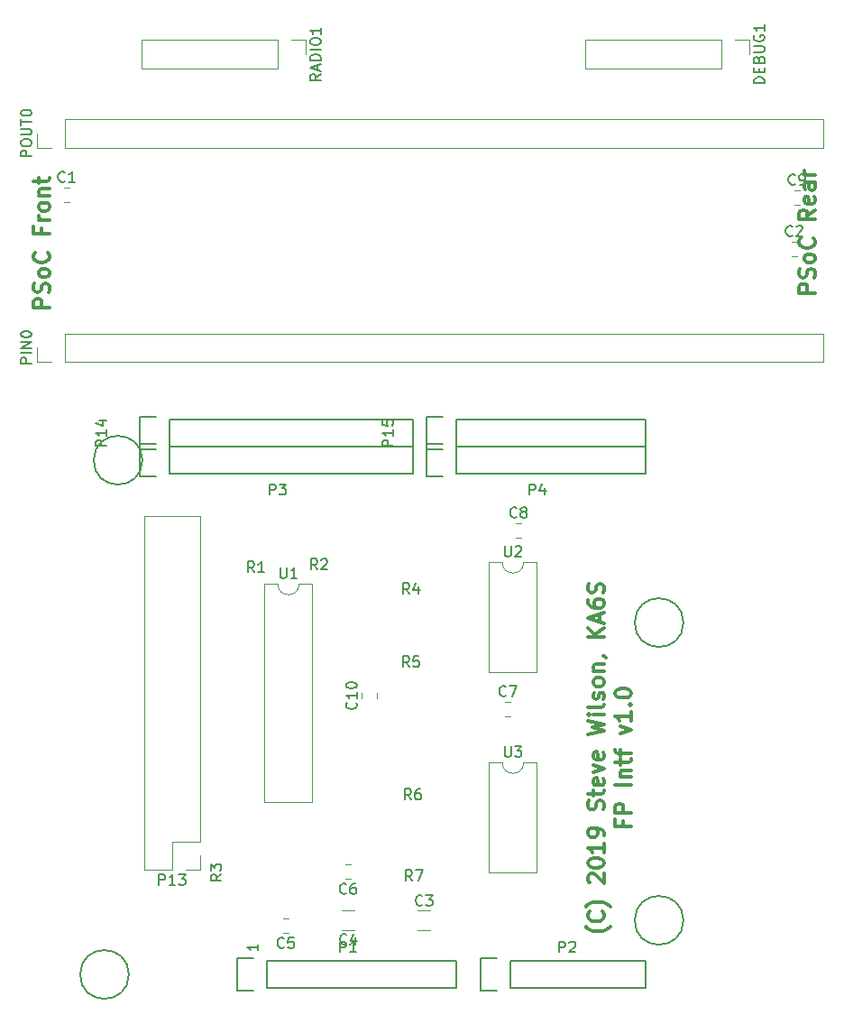
<source format=gto>
G04 #@! TF.GenerationSoftware,KiCad,Pcbnew,5.0.2-bee76a0~70~ubuntu16.04.1*
G04 #@! TF.CreationDate,2019-01-06T13:47:42-08:00*
G04 #@! TF.ProjectId,fpif,66706966-2e6b-4696-9361-645f70636258,rev?*
G04 #@! TF.SameCoordinates,Original*
G04 #@! TF.FileFunction,Legend,Top*
G04 #@! TF.FilePolarity,Positive*
%FSLAX46Y46*%
G04 Gerber Fmt 4.6, Leading zero omitted, Abs format (unit mm)*
G04 Created by KiCad (PCBNEW 5.0.2-bee76a0~70~ubuntu16.04.1) date Sun 06 Jan 2019 01:47:42 PM PST*
%MOMM*%
%LPD*%
G01*
G04 APERTURE LIST*
%ADD10C,0.300000*%
%ADD11C,0.150000*%
%ADD12C,0.120000*%
G04 APERTURE END LIST*
D10*
X191686571Y-59871857D02*
X190186571Y-59871857D01*
X190186571Y-59300428D01*
X190258000Y-59157571D01*
X190329428Y-59086142D01*
X190472285Y-59014714D01*
X190686571Y-59014714D01*
X190829428Y-59086142D01*
X190900857Y-59157571D01*
X190972285Y-59300428D01*
X190972285Y-59871857D01*
X191615142Y-58443285D02*
X191686571Y-58229000D01*
X191686571Y-57871857D01*
X191615142Y-57729000D01*
X191543714Y-57657571D01*
X191400857Y-57586142D01*
X191258000Y-57586142D01*
X191115142Y-57657571D01*
X191043714Y-57729000D01*
X190972285Y-57871857D01*
X190900857Y-58157571D01*
X190829428Y-58300428D01*
X190758000Y-58371857D01*
X190615142Y-58443285D01*
X190472285Y-58443285D01*
X190329428Y-58371857D01*
X190258000Y-58300428D01*
X190186571Y-58157571D01*
X190186571Y-57800428D01*
X190258000Y-57586142D01*
X191686571Y-56729000D02*
X191615142Y-56871857D01*
X191543714Y-56943285D01*
X191400857Y-57014714D01*
X190972285Y-57014714D01*
X190829428Y-56943285D01*
X190758000Y-56871857D01*
X190686571Y-56729000D01*
X190686571Y-56514714D01*
X190758000Y-56371857D01*
X190829428Y-56300428D01*
X190972285Y-56229000D01*
X191400857Y-56229000D01*
X191543714Y-56300428D01*
X191615142Y-56371857D01*
X191686571Y-56514714D01*
X191686571Y-56729000D01*
X191543714Y-54729000D02*
X191615142Y-54800428D01*
X191686571Y-55014714D01*
X191686571Y-55157571D01*
X191615142Y-55371857D01*
X191472285Y-55514714D01*
X191329428Y-55586142D01*
X191043714Y-55657571D01*
X190829428Y-55657571D01*
X190543714Y-55586142D01*
X190400857Y-55514714D01*
X190258000Y-55371857D01*
X190186571Y-55157571D01*
X190186571Y-55014714D01*
X190258000Y-54800428D01*
X190329428Y-54729000D01*
X191686571Y-52086142D02*
X190972285Y-52586142D01*
X191686571Y-52943285D02*
X190186571Y-52943285D01*
X190186571Y-52371857D01*
X190258000Y-52229000D01*
X190329428Y-52157571D01*
X190472285Y-52086142D01*
X190686571Y-52086142D01*
X190829428Y-52157571D01*
X190900857Y-52229000D01*
X190972285Y-52371857D01*
X190972285Y-52943285D01*
X191615142Y-50871857D02*
X191686571Y-51014714D01*
X191686571Y-51300428D01*
X191615142Y-51443285D01*
X191472285Y-51514714D01*
X190900857Y-51514714D01*
X190758000Y-51443285D01*
X190686571Y-51300428D01*
X190686571Y-51014714D01*
X190758000Y-50871857D01*
X190900857Y-50800428D01*
X191043714Y-50800428D01*
X191186571Y-51514714D01*
X191686571Y-49514714D02*
X190900857Y-49514714D01*
X190758000Y-49586142D01*
X190686571Y-49729000D01*
X190686571Y-50014714D01*
X190758000Y-50157571D01*
X191615142Y-49514714D02*
X191686571Y-49657571D01*
X191686571Y-50014714D01*
X191615142Y-50157571D01*
X191472285Y-50229000D01*
X191329428Y-50229000D01*
X191186571Y-50157571D01*
X191115142Y-50014714D01*
X191115142Y-49657571D01*
X191043714Y-49514714D01*
X191686571Y-48800428D02*
X190686571Y-48800428D01*
X190972285Y-48800428D02*
X190829428Y-48729000D01*
X190758000Y-48657571D01*
X190686571Y-48514714D01*
X190686571Y-48371857D01*
X119804571Y-61245000D02*
X118304571Y-61245000D01*
X118304571Y-60673571D01*
X118376000Y-60530714D01*
X118447428Y-60459285D01*
X118590285Y-60387857D01*
X118804571Y-60387857D01*
X118947428Y-60459285D01*
X119018857Y-60530714D01*
X119090285Y-60673571D01*
X119090285Y-61245000D01*
X119733142Y-59816428D02*
X119804571Y-59602142D01*
X119804571Y-59245000D01*
X119733142Y-59102142D01*
X119661714Y-59030714D01*
X119518857Y-58959285D01*
X119376000Y-58959285D01*
X119233142Y-59030714D01*
X119161714Y-59102142D01*
X119090285Y-59245000D01*
X119018857Y-59530714D01*
X118947428Y-59673571D01*
X118876000Y-59745000D01*
X118733142Y-59816428D01*
X118590285Y-59816428D01*
X118447428Y-59745000D01*
X118376000Y-59673571D01*
X118304571Y-59530714D01*
X118304571Y-59173571D01*
X118376000Y-58959285D01*
X119804571Y-58102142D02*
X119733142Y-58245000D01*
X119661714Y-58316428D01*
X119518857Y-58387857D01*
X119090285Y-58387857D01*
X118947428Y-58316428D01*
X118876000Y-58245000D01*
X118804571Y-58102142D01*
X118804571Y-57887857D01*
X118876000Y-57745000D01*
X118947428Y-57673571D01*
X119090285Y-57602142D01*
X119518857Y-57602142D01*
X119661714Y-57673571D01*
X119733142Y-57745000D01*
X119804571Y-57887857D01*
X119804571Y-58102142D01*
X119661714Y-56102142D02*
X119733142Y-56173571D01*
X119804571Y-56387857D01*
X119804571Y-56530714D01*
X119733142Y-56745000D01*
X119590285Y-56887857D01*
X119447428Y-56959285D01*
X119161714Y-57030714D01*
X118947428Y-57030714D01*
X118661714Y-56959285D01*
X118518857Y-56887857D01*
X118376000Y-56745000D01*
X118304571Y-56530714D01*
X118304571Y-56387857D01*
X118376000Y-56173571D01*
X118447428Y-56102142D01*
X119018857Y-53816428D02*
X119018857Y-54316428D01*
X119804571Y-54316428D02*
X118304571Y-54316428D01*
X118304571Y-53602142D01*
X119804571Y-53030714D02*
X118804571Y-53030714D01*
X119090285Y-53030714D02*
X118947428Y-52959285D01*
X118876000Y-52887857D01*
X118804571Y-52745000D01*
X118804571Y-52602142D01*
X119804571Y-51887857D02*
X119733142Y-52030714D01*
X119661714Y-52102142D01*
X119518857Y-52173571D01*
X119090285Y-52173571D01*
X118947428Y-52102142D01*
X118876000Y-52030714D01*
X118804571Y-51887857D01*
X118804571Y-51673571D01*
X118876000Y-51530714D01*
X118947428Y-51459285D01*
X119090285Y-51387857D01*
X119518857Y-51387857D01*
X119661714Y-51459285D01*
X119733142Y-51530714D01*
X119804571Y-51673571D01*
X119804571Y-51887857D01*
X118804571Y-50745000D02*
X119804571Y-50745000D01*
X118947428Y-50745000D02*
X118876000Y-50673571D01*
X118804571Y-50530714D01*
X118804571Y-50316428D01*
X118876000Y-50173571D01*
X119018857Y-50102142D01*
X119804571Y-50102142D01*
X118804571Y-49602142D02*
X118804571Y-49030714D01*
X118304571Y-49387857D02*
X119590285Y-49387857D01*
X119733142Y-49316428D01*
X119804571Y-49173571D01*
X119804571Y-49030714D01*
X172441000Y-119362142D02*
X172369571Y-119433571D01*
X172155285Y-119576428D01*
X172012428Y-119647857D01*
X171798142Y-119719285D01*
X171441000Y-119790714D01*
X171155285Y-119790714D01*
X170798142Y-119719285D01*
X170583857Y-119647857D01*
X170441000Y-119576428D01*
X170226714Y-119433571D01*
X170155285Y-119362142D01*
X171726714Y-117933571D02*
X171798142Y-118005000D01*
X171869571Y-118219285D01*
X171869571Y-118362142D01*
X171798142Y-118576428D01*
X171655285Y-118719285D01*
X171512428Y-118790714D01*
X171226714Y-118862142D01*
X171012428Y-118862142D01*
X170726714Y-118790714D01*
X170583857Y-118719285D01*
X170441000Y-118576428D01*
X170369571Y-118362142D01*
X170369571Y-118219285D01*
X170441000Y-118005000D01*
X170512428Y-117933571D01*
X172441000Y-117433571D02*
X172369571Y-117362142D01*
X172155285Y-117219285D01*
X172012428Y-117147857D01*
X171798142Y-117076428D01*
X171441000Y-117005000D01*
X171155285Y-117005000D01*
X170798142Y-117076428D01*
X170583857Y-117147857D01*
X170441000Y-117219285D01*
X170226714Y-117362142D01*
X170155285Y-117433571D01*
X170512428Y-115219285D02*
X170441000Y-115147857D01*
X170369571Y-115005000D01*
X170369571Y-114647857D01*
X170441000Y-114505000D01*
X170512428Y-114433571D01*
X170655285Y-114362142D01*
X170798142Y-114362142D01*
X171012428Y-114433571D01*
X171869571Y-115290714D01*
X171869571Y-114362142D01*
X170369571Y-113433571D02*
X170369571Y-113290714D01*
X170441000Y-113147857D01*
X170512428Y-113076428D01*
X170655285Y-113005000D01*
X170941000Y-112933571D01*
X171298142Y-112933571D01*
X171583857Y-113005000D01*
X171726714Y-113076428D01*
X171798142Y-113147857D01*
X171869571Y-113290714D01*
X171869571Y-113433571D01*
X171798142Y-113576428D01*
X171726714Y-113647857D01*
X171583857Y-113719285D01*
X171298142Y-113790714D01*
X170941000Y-113790714D01*
X170655285Y-113719285D01*
X170512428Y-113647857D01*
X170441000Y-113576428D01*
X170369571Y-113433571D01*
X171869571Y-111505000D02*
X171869571Y-112362142D01*
X171869571Y-111933571D02*
X170369571Y-111933571D01*
X170583857Y-112076428D01*
X170726714Y-112219285D01*
X170798142Y-112362142D01*
X171869571Y-110790714D02*
X171869571Y-110505000D01*
X171798142Y-110362142D01*
X171726714Y-110290714D01*
X171512428Y-110147857D01*
X171226714Y-110076428D01*
X170655285Y-110076428D01*
X170512428Y-110147857D01*
X170441000Y-110219285D01*
X170369571Y-110362142D01*
X170369571Y-110647857D01*
X170441000Y-110790714D01*
X170512428Y-110862142D01*
X170655285Y-110933571D01*
X171012428Y-110933571D01*
X171155285Y-110862142D01*
X171226714Y-110790714D01*
X171298142Y-110647857D01*
X171298142Y-110362142D01*
X171226714Y-110219285D01*
X171155285Y-110147857D01*
X171012428Y-110076428D01*
X171798142Y-108362142D02*
X171869571Y-108147857D01*
X171869571Y-107790714D01*
X171798142Y-107647857D01*
X171726714Y-107576428D01*
X171583857Y-107505000D01*
X171441000Y-107505000D01*
X171298142Y-107576428D01*
X171226714Y-107647857D01*
X171155285Y-107790714D01*
X171083857Y-108076428D01*
X171012428Y-108219285D01*
X170941000Y-108290714D01*
X170798142Y-108362142D01*
X170655285Y-108362142D01*
X170512428Y-108290714D01*
X170441000Y-108219285D01*
X170369571Y-108076428D01*
X170369571Y-107719285D01*
X170441000Y-107505000D01*
X170869571Y-107076428D02*
X170869571Y-106505000D01*
X170369571Y-106862142D02*
X171655285Y-106862142D01*
X171798142Y-106790714D01*
X171869571Y-106647857D01*
X171869571Y-106505000D01*
X171798142Y-105433571D02*
X171869571Y-105576428D01*
X171869571Y-105862142D01*
X171798142Y-106005000D01*
X171655285Y-106076428D01*
X171083857Y-106076428D01*
X170941000Y-106005000D01*
X170869571Y-105862142D01*
X170869571Y-105576428D01*
X170941000Y-105433571D01*
X171083857Y-105362142D01*
X171226714Y-105362142D01*
X171369571Y-106076428D01*
X170869571Y-104862142D02*
X171869571Y-104505000D01*
X170869571Y-104147857D01*
X171798142Y-103005000D02*
X171869571Y-103147857D01*
X171869571Y-103433571D01*
X171798142Y-103576428D01*
X171655285Y-103647857D01*
X171083857Y-103647857D01*
X170941000Y-103576428D01*
X170869571Y-103433571D01*
X170869571Y-103147857D01*
X170941000Y-103005000D01*
X171083857Y-102933571D01*
X171226714Y-102933571D01*
X171369571Y-103647857D01*
X170369571Y-101290714D02*
X171869571Y-100933571D01*
X170798142Y-100647857D01*
X171869571Y-100362142D01*
X170369571Y-100005000D01*
X171869571Y-99433571D02*
X170869571Y-99433571D01*
X170369571Y-99433571D02*
X170441000Y-99505000D01*
X170512428Y-99433571D01*
X170441000Y-99362142D01*
X170369571Y-99433571D01*
X170512428Y-99433571D01*
X171869571Y-98505000D02*
X171798142Y-98647857D01*
X171655285Y-98719285D01*
X170369571Y-98719285D01*
X171798142Y-98005000D02*
X171869571Y-97862142D01*
X171869571Y-97576428D01*
X171798142Y-97433571D01*
X171655285Y-97362142D01*
X171583857Y-97362142D01*
X171441000Y-97433571D01*
X171369571Y-97576428D01*
X171369571Y-97790714D01*
X171298142Y-97933571D01*
X171155285Y-98005000D01*
X171083857Y-98005000D01*
X170941000Y-97933571D01*
X170869571Y-97790714D01*
X170869571Y-97576428D01*
X170941000Y-97433571D01*
X171869571Y-96505000D02*
X171798142Y-96647857D01*
X171726714Y-96719285D01*
X171583857Y-96790714D01*
X171155285Y-96790714D01*
X171012428Y-96719285D01*
X170941000Y-96647857D01*
X170869571Y-96505000D01*
X170869571Y-96290714D01*
X170941000Y-96147857D01*
X171012428Y-96076428D01*
X171155285Y-96005000D01*
X171583857Y-96005000D01*
X171726714Y-96076428D01*
X171798142Y-96147857D01*
X171869571Y-96290714D01*
X171869571Y-96505000D01*
X170869571Y-95362142D02*
X171869571Y-95362142D01*
X171012428Y-95362142D02*
X170941000Y-95290714D01*
X170869571Y-95147857D01*
X170869571Y-94933571D01*
X170941000Y-94790714D01*
X171083857Y-94719285D01*
X171869571Y-94719285D01*
X171798142Y-93933571D02*
X171869571Y-93933571D01*
X172012428Y-94005000D01*
X172083857Y-94076428D01*
X171869571Y-92147857D02*
X170369571Y-92147857D01*
X171869571Y-91290714D02*
X171012428Y-91933571D01*
X170369571Y-91290714D02*
X171226714Y-92147857D01*
X171441000Y-90719285D02*
X171441000Y-90005000D01*
X171869571Y-90862142D02*
X170369571Y-90362142D01*
X171869571Y-89862142D01*
X170369571Y-88719285D02*
X170369571Y-89005000D01*
X170441000Y-89147857D01*
X170512428Y-89219285D01*
X170726714Y-89362142D01*
X171012428Y-89433571D01*
X171583857Y-89433571D01*
X171726714Y-89362142D01*
X171798142Y-89290714D01*
X171869571Y-89147857D01*
X171869571Y-88862142D01*
X171798142Y-88719285D01*
X171726714Y-88647857D01*
X171583857Y-88576428D01*
X171226714Y-88576428D01*
X171083857Y-88647857D01*
X171012428Y-88719285D01*
X170941000Y-88862142D01*
X170941000Y-89147857D01*
X171012428Y-89290714D01*
X171083857Y-89362142D01*
X171226714Y-89433571D01*
X171798142Y-88005000D02*
X171869571Y-87790714D01*
X171869571Y-87433571D01*
X171798142Y-87290714D01*
X171726714Y-87219285D01*
X171583857Y-87147857D01*
X171441000Y-87147857D01*
X171298142Y-87219285D01*
X171226714Y-87290714D01*
X171155285Y-87433571D01*
X171083857Y-87719285D01*
X171012428Y-87862142D01*
X170941000Y-87933571D01*
X170798142Y-88005000D01*
X170655285Y-88005000D01*
X170512428Y-87933571D01*
X170441000Y-87862142D01*
X170369571Y-87719285D01*
X170369571Y-87362142D01*
X170441000Y-87147857D01*
X173633857Y-109433571D02*
X173633857Y-109933571D01*
X174419571Y-109933571D02*
X172919571Y-109933571D01*
X172919571Y-109219285D01*
X174419571Y-108647857D02*
X172919571Y-108647857D01*
X172919571Y-108076428D01*
X172991000Y-107933571D01*
X173062428Y-107862142D01*
X173205285Y-107790714D01*
X173419571Y-107790714D01*
X173562428Y-107862142D01*
X173633857Y-107933571D01*
X173705285Y-108076428D01*
X173705285Y-108647857D01*
X174419571Y-106005000D02*
X172919571Y-106005000D01*
X173419571Y-105290714D02*
X174419571Y-105290714D01*
X173562428Y-105290714D02*
X173491000Y-105219285D01*
X173419571Y-105076428D01*
X173419571Y-104862142D01*
X173491000Y-104719285D01*
X173633857Y-104647857D01*
X174419571Y-104647857D01*
X173419571Y-104147857D02*
X173419571Y-103576428D01*
X172919571Y-103933571D02*
X174205285Y-103933571D01*
X174348142Y-103862142D01*
X174419571Y-103719285D01*
X174419571Y-103576428D01*
X173419571Y-103290714D02*
X173419571Y-102719285D01*
X174419571Y-103076428D02*
X173133857Y-103076428D01*
X172991000Y-103005000D01*
X172919571Y-102862142D01*
X172919571Y-102719285D01*
X173419571Y-101219285D02*
X174419571Y-100862142D01*
X173419571Y-100505000D01*
X174419571Y-99147857D02*
X174419571Y-100005000D01*
X174419571Y-99576428D02*
X172919571Y-99576428D01*
X173133857Y-99719285D01*
X173276714Y-99862142D01*
X173348142Y-100005000D01*
X174276714Y-98505000D02*
X174348142Y-98433571D01*
X174419571Y-98505000D01*
X174348142Y-98576428D01*
X174276714Y-98505000D01*
X174419571Y-98505000D01*
X172919571Y-97505000D02*
X172919571Y-97362142D01*
X172991000Y-97219285D01*
X173062428Y-97147857D01*
X173205285Y-97076428D01*
X173491000Y-97005000D01*
X173848142Y-97005000D01*
X174133857Y-97076428D01*
X174276714Y-97147857D01*
X174348142Y-97219285D01*
X174419571Y-97362142D01*
X174419571Y-97505000D01*
X174348142Y-97647857D01*
X174276714Y-97719285D01*
X174133857Y-97790714D01*
X173848142Y-97862142D01*
X173491000Y-97862142D01*
X173205285Y-97790714D01*
X173062428Y-97719285D01*
X172991000Y-97647857D01*
X172919571Y-97505000D01*
D11*
X139390380Y-120999285D02*
X139390380Y-121570714D01*
X139390380Y-121285000D02*
X138390380Y-121285000D01*
X138533238Y-121380238D01*
X138628476Y-121475476D01*
X138676095Y-121570714D01*
G04 #@! TO.C,P1*
X140208000Y-125095000D02*
X157988000Y-125095000D01*
X157988000Y-125095000D02*
X157988000Y-122555000D01*
X157988000Y-122555000D02*
X140208000Y-122555000D01*
X137388000Y-125375000D02*
X138938000Y-125375000D01*
X140208000Y-125095000D02*
X140208000Y-122555000D01*
X138938000Y-122275000D02*
X137388000Y-122275000D01*
X137388000Y-122275000D02*
X137388000Y-125375000D01*
G04 #@! TO.C,P2*
X163068000Y-125095000D02*
X175768000Y-125095000D01*
X175768000Y-125095000D02*
X175768000Y-122555000D01*
X175768000Y-122555000D02*
X163068000Y-122555000D01*
X160248000Y-125375000D02*
X161798000Y-125375000D01*
X163068000Y-125095000D02*
X163068000Y-122555000D01*
X161798000Y-122275000D02*
X160248000Y-122275000D01*
X160248000Y-122275000D02*
X160248000Y-125375000D01*
G04 #@! TO.C,P3*
X131064000Y-76835000D02*
X153924000Y-76835000D01*
X153924000Y-76835000D02*
X153924000Y-74295000D01*
X153924000Y-74295000D02*
X131064000Y-74295000D01*
X128244000Y-77115000D02*
X129794000Y-77115000D01*
X131064000Y-76835000D02*
X131064000Y-74295000D01*
X129794000Y-74015000D02*
X128244000Y-74015000D01*
X128244000Y-74015000D02*
X128244000Y-77115000D01*
G04 #@! TO.C,P4*
X157988000Y-76835000D02*
X175768000Y-76835000D01*
X175768000Y-76835000D02*
X175768000Y-74295000D01*
X175768000Y-74295000D02*
X157988000Y-74295000D01*
X155168000Y-77115000D02*
X156718000Y-77115000D01*
X157988000Y-76835000D02*
X157988000Y-74295000D01*
X156718000Y-74015000D02*
X155168000Y-74015000D01*
X155168000Y-74015000D02*
X155168000Y-77115000D01*
G04 #@! TO.C,P5*
X127254000Y-123825000D02*
G75*
G03X127254000Y-123825000I-2286000J0D01*
G01*
G04 #@! TO.C,P6*
X179324000Y-118745000D02*
G75*
G03X179324000Y-118745000I-2286000J0D01*
G01*
G04 #@! TO.C,P7*
X128524000Y-75565000D02*
G75*
G03X128524000Y-75565000I-2286000J0D01*
G01*
G04 #@! TO.C,P8*
X179324000Y-90805000D02*
G75*
G03X179324000Y-90805000I-2286000J0D01*
G01*
G04 #@! TO.C,P14*
X131064000Y-71755000D02*
X153924000Y-71755000D01*
X153924000Y-71755000D02*
X153924000Y-74295000D01*
X153924000Y-74295000D02*
X131064000Y-74295000D01*
X128244000Y-71475000D02*
X129794000Y-71475000D01*
X131064000Y-71755000D02*
X131064000Y-74295000D01*
X129794000Y-74575000D02*
X128244000Y-74575000D01*
X128244000Y-74575000D02*
X128244000Y-71475000D01*
G04 #@! TO.C,P15*
X157988000Y-71755000D02*
X175768000Y-71755000D01*
X175768000Y-71755000D02*
X175768000Y-74295000D01*
X175768000Y-74295000D02*
X157988000Y-74295000D01*
X155168000Y-71475000D02*
X156718000Y-71475000D01*
X157988000Y-71755000D02*
X157988000Y-74295000D01*
X156718000Y-74575000D02*
X155168000Y-74575000D01*
X155168000Y-74575000D02*
X155168000Y-71475000D01*
D12*
G04 #@! TO.C,C3*
X154373936Y-119655000D02*
X155578064Y-119655000D01*
X154373936Y-117835000D02*
X155578064Y-117835000D01*
G04 #@! TO.C,C4*
X148466064Y-119655000D02*
X147261936Y-119655000D01*
X148466064Y-117835000D02*
X147261936Y-117835000D01*
G04 #@! TO.C,C5*
X142247252Y-118543000D02*
X141724748Y-118543000D01*
X142247252Y-119963000D02*
X141724748Y-119963000D01*
G04 #@! TO.C,C6*
X148098252Y-113463000D02*
X147575748Y-113463000D01*
X148098252Y-114883000D02*
X147575748Y-114883000D01*
G04 #@! TO.C,C7*
X162561748Y-98223000D02*
X163084252Y-98223000D01*
X162561748Y-99643000D02*
X163084252Y-99643000D01*
G04 #@! TO.C,C8*
X163577748Y-81459000D02*
X164100252Y-81459000D01*
X163577748Y-82879000D02*
X164100252Y-82879000D01*
G04 #@! TO.C,DEBUG1*
X170120000Y-36135000D02*
X170120000Y-38795000D01*
X182880000Y-36135000D02*
X170120000Y-36135000D01*
X182880000Y-38795000D02*
X170120000Y-38795000D01*
X182880000Y-36135000D02*
X182880000Y-38795000D01*
X184150000Y-36135000D02*
X185480000Y-36135000D01*
X185480000Y-36135000D02*
X185480000Y-37465000D01*
G04 #@! TO.C,P13*
X133918000Y-80839000D02*
X128718000Y-80839000D01*
X133918000Y-111379000D02*
X133918000Y-80839000D01*
X128718000Y-113979000D02*
X128718000Y-80839000D01*
X133918000Y-111379000D02*
X131318000Y-111379000D01*
X131318000Y-111379000D02*
X131318000Y-113979000D01*
X131318000Y-113979000D02*
X128718000Y-113979000D01*
X133918000Y-112649000D02*
X133918000Y-113979000D01*
X133918000Y-113979000D02*
X132588000Y-113979000D01*
G04 #@! TO.C,PIN0*
X118670000Y-66330000D02*
X118670000Y-65000000D01*
X120000000Y-66330000D02*
X118670000Y-66330000D01*
X121270000Y-66330000D02*
X121270000Y-63670000D01*
X121270000Y-63670000D02*
X192450000Y-63670000D01*
X121270000Y-66330000D02*
X192450000Y-66330000D01*
X192450000Y-66330000D02*
X192450000Y-63670000D01*
G04 #@! TO.C,POUT0*
X192450000Y-46230000D02*
X192450000Y-43570000D01*
X121270000Y-46230000D02*
X192450000Y-46230000D01*
X121270000Y-43570000D02*
X192450000Y-43570000D01*
X121270000Y-46230000D02*
X121270000Y-43570000D01*
X120000000Y-46230000D02*
X118670000Y-46230000D01*
X118670000Y-46230000D02*
X118670000Y-44900000D01*
G04 #@! TO.C,RADIO1*
X143824000Y-36135000D02*
X143824000Y-37465000D01*
X142494000Y-36135000D02*
X143824000Y-36135000D01*
X141224000Y-36135000D02*
X141224000Y-38795000D01*
X141224000Y-38795000D02*
X128464000Y-38795000D01*
X141224000Y-36135000D02*
X128464000Y-36135000D01*
X128464000Y-36135000D02*
X128464000Y-38795000D01*
G04 #@! TO.C,U1*
X143240000Y-87189000D02*
G75*
G02X141240000Y-87189000I-1000000J0D01*
G01*
X141240000Y-87189000D02*
X139990000Y-87189000D01*
X139990000Y-87189000D02*
X139990000Y-107629000D01*
X139990000Y-107629000D02*
X144490000Y-107629000D01*
X144490000Y-107629000D02*
X144490000Y-87189000D01*
X144490000Y-87189000D02*
X143240000Y-87189000D01*
G04 #@! TO.C,U2*
X164322000Y-85157000D02*
G75*
G02X162322000Y-85157000I-1000000J0D01*
G01*
X162322000Y-85157000D02*
X161072000Y-85157000D01*
X161072000Y-85157000D02*
X161072000Y-95437000D01*
X161072000Y-95437000D02*
X165572000Y-95437000D01*
X165572000Y-95437000D02*
X165572000Y-85157000D01*
X165572000Y-85157000D02*
X164322000Y-85157000D01*
G04 #@! TO.C,U3*
X165572000Y-103953000D02*
X164322000Y-103953000D01*
X165572000Y-114233000D02*
X165572000Y-103953000D01*
X161072000Y-114233000D02*
X165572000Y-114233000D01*
X161072000Y-103953000D02*
X161072000Y-114233000D01*
X162322000Y-103953000D02*
X161072000Y-103953000D01*
X164322000Y-103953000D02*
G75*
G02X162322000Y-103953000I-1000000J0D01*
G01*
G04 #@! TO.C,C1*
X121141748Y-49963000D02*
X121664252Y-49963000D01*
X121141748Y-51383000D02*
X121664252Y-51383000D01*
G04 #@! TO.C,C2*
X189467748Y-56463000D02*
X189990252Y-56463000D01*
X189467748Y-55043000D02*
X189990252Y-55043000D01*
G04 #@! TO.C,C9*
X189721748Y-50217000D02*
X190244252Y-50217000D01*
X189721748Y-51637000D02*
X190244252Y-51637000D01*
G04 #@! TO.C,C10*
X150570000Y-97915252D02*
X150570000Y-97392748D01*
X149150000Y-97915252D02*
X149150000Y-97392748D01*
G04 #@! TO.C,P1*
D11*
X147089904Y-121737380D02*
X147089904Y-120737380D01*
X147470857Y-120737380D01*
X147566095Y-120785000D01*
X147613714Y-120832619D01*
X147661333Y-120927857D01*
X147661333Y-121070714D01*
X147613714Y-121165952D01*
X147566095Y-121213571D01*
X147470857Y-121261190D01*
X147089904Y-121261190D01*
X148613714Y-121737380D02*
X148042285Y-121737380D01*
X148328000Y-121737380D02*
X148328000Y-120737380D01*
X148232761Y-120880238D01*
X148137523Y-120975476D01*
X148042285Y-121023095D01*
G04 #@! TO.C,P2*
X167663904Y-121737380D02*
X167663904Y-120737380D01*
X168044857Y-120737380D01*
X168140095Y-120785000D01*
X168187714Y-120832619D01*
X168235333Y-120927857D01*
X168235333Y-121070714D01*
X168187714Y-121165952D01*
X168140095Y-121213571D01*
X168044857Y-121261190D01*
X167663904Y-121261190D01*
X168616285Y-120832619D02*
X168663904Y-120785000D01*
X168759142Y-120737380D01*
X168997238Y-120737380D01*
X169092476Y-120785000D01*
X169140095Y-120832619D01*
X169187714Y-120927857D01*
X169187714Y-121023095D01*
X169140095Y-121165952D01*
X168568666Y-121737380D01*
X169187714Y-121737380D01*
G04 #@! TO.C,P3*
X140485904Y-78811380D02*
X140485904Y-77811380D01*
X140866857Y-77811380D01*
X140962095Y-77859000D01*
X141009714Y-77906619D01*
X141057333Y-78001857D01*
X141057333Y-78144714D01*
X141009714Y-78239952D01*
X140962095Y-78287571D01*
X140866857Y-78335190D01*
X140485904Y-78335190D01*
X141390666Y-77811380D02*
X142009714Y-77811380D01*
X141676380Y-78192333D01*
X141819238Y-78192333D01*
X141914476Y-78239952D01*
X141962095Y-78287571D01*
X142009714Y-78382809D01*
X142009714Y-78620904D01*
X141962095Y-78716142D01*
X141914476Y-78763761D01*
X141819238Y-78811380D01*
X141533523Y-78811380D01*
X141438285Y-78763761D01*
X141390666Y-78716142D01*
G04 #@! TO.C,P4*
X164869904Y-78811380D02*
X164869904Y-77811380D01*
X165250857Y-77811380D01*
X165346095Y-77859000D01*
X165393714Y-77906619D01*
X165441333Y-78001857D01*
X165441333Y-78144714D01*
X165393714Y-78239952D01*
X165346095Y-78287571D01*
X165250857Y-78335190D01*
X164869904Y-78335190D01*
X166298476Y-78144714D02*
X166298476Y-78811380D01*
X166060380Y-77763761D02*
X165822285Y-78478047D01*
X166441333Y-78478047D01*
G04 #@! TO.C,P14*
X125146380Y-74239285D02*
X124146380Y-74239285D01*
X124146380Y-73858333D01*
X124194000Y-73763095D01*
X124241619Y-73715476D01*
X124336857Y-73667857D01*
X124479714Y-73667857D01*
X124574952Y-73715476D01*
X124622571Y-73763095D01*
X124670190Y-73858333D01*
X124670190Y-74239285D01*
X125146380Y-72715476D02*
X125146380Y-73286904D01*
X125146380Y-73001190D02*
X124146380Y-73001190D01*
X124289238Y-73096428D01*
X124384476Y-73191666D01*
X124432095Y-73286904D01*
X124479714Y-71858333D02*
X125146380Y-71858333D01*
X124098761Y-72096428D02*
X124813047Y-72334523D01*
X124813047Y-71715476D01*
G04 #@! TO.C,P15*
X152070380Y-74239285D02*
X151070380Y-74239285D01*
X151070380Y-73858333D01*
X151118000Y-73763095D01*
X151165619Y-73715476D01*
X151260857Y-73667857D01*
X151403714Y-73667857D01*
X151498952Y-73715476D01*
X151546571Y-73763095D01*
X151594190Y-73858333D01*
X151594190Y-74239285D01*
X152070380Y-72715476D02*
X152070380Y-73286904D01*
X152070380Y-73001190D02*
X151070380Y-73001190D01*
X151213238Y-73096428D01*
X151308476Y-73191666D01*
X151356095Y-73286904D01*
X151070380Y-71810714D02*
X151070380Y-72286904D01*
X151546571Y-72334523D01*
X151498952Y-72286904D01*
X151451333Y-72191666D01*
X151451333Y-71953571D01*
X151498952Y-71858333D01*
X151546571Y-71810714D01*
X151641809Y-71763095D01*
X151879904Y-71763095D01*
X151975142Y-71810714D01*
X152022761Y-71858333D01*
X152070380Y-71953571D01*
X152070380Y-72191666D01*
X152022761Y-72286904D01*
X151975142Y-72334523D01*
G04 #@! TO.C,C3*
X154809333Y-117282142D02*
X154761714Y-117329761D01*
X154618857Y-117377380D01*
X154523619Y-117377380D01*
X154380761Y-117329761D01*
X154285523Y-117234523D01*
X154237904Y-117139285D01*
X154190285Y-116948809D01*
X154190285Y-116805952D01*
X154237904Y-116615476D01*
X154285523Y-116520238D01*
X154380761Y-116425000D01*
X154523619Y-116377380D01*
X154618857Y-116377380D01*
X154761714Y-116425000D01*
X154809333Y-116472619D01*
X155142666Y-116377380D02*
X155761714Y-116377380D01*
X155428380Y-116758333D01*
X155571238Y-116758333D01*
X155666476Y-116805952D01*
X155714095Y-116853571D01*
X155761714Y-116948809D01*
X155761714Y-117186904D01*
X155714095Y-117282142D01*
X155666476Y-117329761D01*
X155571238Y-117377380D01*
X155285523Y-117377380D01*
X155190285Y-117329761D01*
X155142666Y-117282142D01*
G04 #@! TO.C,C4*
X147697333Y-120922142D02*
X147649714Y-120969761D01*
X147506857Y-121017380D01*
X147411619Y-121017380D01*
X147268761Y-120969761D01*
X147173523Y-120874523D01*
X147125904Y-120779285D01*
X147078285Y-120588809D01*
X147078285Y-120445952D01*
X147125904Y-120255476D01*
X147173523Y-120160238D01*
X147268761Y-120065000D01*
X147411619Y-120017380D01*
X147506857Y-120017380D01*
X147649714Y-120065000D01*
X147697333Y-120112619D01*
X148554476Y-120350714D02*
X148554476Y-121017380D01*
X148316380Y-119969761D02*
X148078285Y-120684047D01*
X148697333Y-120684047D01*
G04 #@! TO.C,C5*
X141819333Y-121260142D02*
X141771714Y-121307761D01*
X141628857Y-121355380D01*
X141533619Y-121355380D01*
X141390761Y-121307761D01*
X141295523Y-121212523D01*
X141247904Y-121117285D01*
X141200285Y-120926809D01*
X141200285Y-120783952D01*
X141247904Y-120593476D01*
X141295523Y-120498238D01*
X141390761Y-120403000D01*
X141533619Y-120355380D01*
X141628857Y-120355380D01*
X141771714Y-120403000D01*
X141819333Y-120450619D01*
X142724095Y-120355380D02*
X142247904Y-120355380D01*
X142200285Y-120831571D01*
X142247904Y-120783952D01*
X142343142Y-120736333D01*
X142581238Y-120736333D01*
X142676476Y-120783952D01*
X142724095Y-120831571D01*
X142771714Y-120926809D01*
X142771714Y-121164904D01*
X142724095Y-121260142D01*
X142676476Y-121307761D01*
X142581238Y-121355380D01*
X142343142Y-121355380D01*
X142247904Y-121307761D01*
X142200285Y-121260142D01*
G04 #@! TO.C,C6*
X147670333Y-116180142D02*
X147622714Y-116227761D01*
X147479857Y-116275380D01*
X147384619Y-116275380D01*
X147241761Y-116227761D01*
X147146523Y-116132523D01*
X147098904Y-116037285D01*
X147051285Y-115846809D01*
X147051285Y-115703952D01*
X147098904Y-115513476D01*
X147146523Y-115418238D01*
X147241761Y-115323000D01*
X147384619Y-115275380D01*
X147479857Y-115275380D01*
X147622714Y-115323000D01*
X147670333Y-115370619D01*
X148527476Y-115275380D02*
X148337000Y-115275380D01*
X148241761Y-115323000D01*
X148194142Y-115370619D01*
X148098904Y-115513476D01*
X148051285Y-115703952D01*
X148051285Y-116084904D01*
X148098904Y-116180142D01*
X148146523Y-116227761D01*
X148241761Y-116275380D01*
X148432238Y-116275380D01*
X148527476Y-116227761D01*
X148575095Y-116180142D01*
X148622714Y-116084904D01*
X148622714Y-115846809D01*
X148575095Y-115751571D01*
X148527476Y-115703952D01*
X148432238Y-115656333D01*
X148241761Y-115656333D01*
X148146523Y-115703952D01*
X148098904Y-115751571D01*
X148051285Y-115846809D01*
G04 #@! TO.C,C7*
X162656333Y-97640142D02*
X162608714Y-97687761D01*
X162465857Y-97735380D01*
X162370619Y-97735380D01*
X162227761Y-97687761D01*
X162132523Y-97592523D01*
X162084904Y-97497285D01*
X162037285Y-97306809D01*
X162037285Y-97163952D01*
X162084904Y-96973476D01*
X162132523Y-96878238D01*
X162227761Y-96783000D01*
X162370619Y-96735380D01*
X162465857Y-96735380D01*
X162608714Y-96783000D01*
X162656333Y-96830619D01*
X162989666Y-96735380D02*
X163656333Y-96735380D01*
X163227761Y-97735380D01*
G04 #@! TO.C,C8*
X163672333Y-80876142D02*
X163624714Y-80923761D01*
X163481857Y-80971380D01*
X163386619Y-80971380D01*
X163243761Y-80923761D01*
X163148523Y-80828523D01*
X163100904Y-80733285D01*
X163053285Y-80542809D01*
X163053285Y-80399952D01*
X163100904Y-80209476D01*
X163148523Y-80114238D01*
X163243761Y-80019000D01*
X163386619Y-79971380D01*
X163481857Y-79971380D01*
X163624714Y-80019000D01*
X163672333Y-80066619D01*
X164243761Y-80399952D02*
X164148523Y-80352333D01*
X164100904Y-80304714D01*
X164053285Y-80209476D01*
X164053285Y-80161857D01*
X164100904Y-80066619D01*
X164148523Y-80019000D01*
X164243761Y-79971380D01*
X164434238Y-79971380D01*
X164529476Y-80019000D01*
X164577095Y-80066619D01*
X164624714Y-80161857D01*
X164624714Y-80209476D01*
X164577095Y-80304714D01*
X164529476Y-80352333D01*
X164434238Y-80399952D01*
X164243761Y-80399952D01*
X164148523Y-80447571D01*
X164100904Y-80495190D01*
X164053285Y-80590428D01*
X164053285Y-80780904D01*
X164100904Y-80876142D01*
X164148523Y-80923761D01*
X164243761Y-80971380D01*
X164434238Y-80971380D01*
X164529476Y-80923761D01*
X164577095Y-80876142D01*
X164624714Y-80780904D01*
X164624714Y-80590428D01*
X164577095Y-80495190D01*
X164529476Y-80447571D01*
X164434238Y-80399952D01*
G04 #@! TO.C,DEBUG1*
X186932380Y-40179285D02*
X185932380Y-40179285D01*
X185932380Y-39941190D01*
X185980000Y-39798333D01*
X186075238Y-39703095D01*
X186170476Y-39655476D01*
X186360952Y-39607857D01*
X186503809Y-39607857D01*
X186694285Y-39655476D01*
X186789523Y-39703095D01*
X186884761Y-39798333D01*
X186932380Y-39941190D01*
X186932380Y-40179285D01*
X186408571Y-39179285D02*
X186408571Y-38845952D01*
X186932380Y-38703095D02*
X186932380Y-39179285D01*
X185932380Y-39179285D01*
X185932380Y-38703095D01*
X186408571Y-37941190D02*
X186456190Y-37798333D01*
X186503809Y-37750714D01*
X186599047Y-37703095D01*
X186741904Y-37703095D01*
X186837142Y-37750714D01*
X186884761Y-37798333D01*
X186932380Y-37893571D01*
X186932380Y-38274523D01*
X185932380Y-38274523D01*
X185932380Y-37941190D01*
X185980000Y-37845952D01*
X186027619Y-37798333D01*
X186122857Y-37750714D01*
X186218095Y-37750714D01*
X186313333Y-37798333D01*
X186360952Y-37845952D01*
X186408571Y-37941190D01*
X186408571Y-38274523D01*
X185932380Y-37274523D02*
X186741904Y-37274523D01*
X186837142Y-37226904D01*
X186884761Y-37179285D01*
X186932380Y-37084047D01*
X186932380Y-36893571D01*
X186884761Y-36798333D01*
X186837142Y-36750714D01*
X186741904Y-36703095D01*
X185932380Y-36703095D01*
X185980000Y-35703095D02*
X185932380Y-35798333D01*
X185932380Y-35941190D01*
X185980000Y-36084047D01*
X186075238Y-36179285D01*
X186170476Y-36226904D01*
X186360952Y-36274523D01*
X186503809Y-36274523D01*
X186694285Y-36226904D01*
X186789523Y-36179285D01*
X186884761Y-36084047D01*
X186932380Y-35941190D01*
X186932380Y-35845952D01*
X186884761Y-35703095D01*
X186837142Y-35655476D01*
X186503809Y-35655476D01*
X186503809Y-35845952D01*
X186932380Y-34703095D02*
X186932380Y-35274523D01*
X186932380Y-34988809D02*
X185932380Y-34988809D01*
X186075238Y-35084047D01*
X186170476Y-35179285D01*
X186218095Y-35274523D01*
G04 #@! TO.C,P13*
X130103714Y-115431380D02*
X130103714Y-114431380D01*
X130484666Y-114431380D01*
X130579904Y-114479000D01*
X130627523Y-114526619D01*
X130675142Y-114621857D01*
X130675142Y-114764714D01*
X130627523Y-114859952D01*
X130579904Y-114907571D01*
X130484666Y-114955190D01*
X130103714Y-114955190D01*
X131627523Y-115431380D02*
X131056095Y-115431380D01*
X131341809Y-115431380D02*
X131341809Y-114431380D01*
X131246571Y-114574238D01*
X131151333Y-114669476D01*
X131056095Y-114717095D01*
X131960857Y-114431380D02*
X132579904Y-114431380D01*
X132246571Y-114812333D01*
X132389428Y-114812333D01*
X132484666Y-114859952D01*
X132532285Y-114907571D01*
X132579904Y-115002809D01*
X132579904Y-115240904D01*
X132532285Y-115336142D01*
X132484666Y-115383761D01*
X132389428Y-115431380D01*
X132103714Y-115431380D01*
X132008476Y-115383761D01*
X131960857Y-115336142D01*
G04 #@! TO.C,PIN0*
X118122380Y-66500000D02*
X117122380Y-66500000D01*
X117122380Y-66119047D01*
X117170000Y-66023809D01*
X117217619Y-65976190D01*
X117312857Y-65928571D01*
X117455714Y-65928571D01*
X117550952Y-65976190D01*
X117598571Y-66023809D01*
X117646190Y-66119047D01*
X117646190Y-66500000D01*
X118122380Y-65500000D02*
X117122380Y-65500000D01*
X118122380Y-65023809D02*
X117122380Y-65023809D01*
X118122380Y-64452380D01*
X117122380Y-64452380D01*
X117122380Y-63785714D02*
X117122380Y-63690476D01*
X117170000Y-63595238D01*
X117217619Y-63547619D01*
X117312857Y-63500000D01*
X117503333Y-63452380D01*
X117741428Y-63452380D01*
X117931904Y-63500000D01*
X118027142Y-63547619D01*
X118074761Y-63595238D01*
X118122380Y-63690476D01*
X118122380Y-63785714D01*
X118074761Y-63880952D01*
X118027142Y-63928571D01*
X117931904Y-63976190D01*
X117741428Y-64023809D01*
X117503333Y-64023809D01*
X117312857Y-63976190D01*
X117217619Y-63928571D01*
X117170000Y-63880952D01*
X117122380Y-63785714D01*
G04 #@! TO.C,POUT0*
X118122380Y-47066666D02*
X117122380Y-47066666D01*
X117122380Y-46685714D01*
X117170000Y-46590476D01*
X117217619Y-46542857D01*
X117312857Y-46495238D01*
X117455714Y-46495238D01*
X117550952Y-46542857D01*
X117598571Y-46590476D01*
X117646190Y-46685714D01*
X117646190Y-47066666D01*
X117122380Y-45876190D02*
X117122380Y-45685714D01*
X117170000Y-45590476D01*
X117265238Y-45495238D01*
X117455714Y-45447619D01*
X117789047Y-45447619D01*
X117979523Y-45495238D01*
X118074761Y-45590476D01*
X118122380Y-45685714D01*
X118122380Y-45876190D01*
X118074761Y-45971428D01*
X117979523Y-46066666D01*
X117789047Y-46114285D01*
X117455714Y-46114285D01*
X117265238Y-46066666D01*
X117170000Y-45971428D01*
X117122380Y-45876190D01*
X117122380Y-45019047D02*
X117931904Y-45019047D01*
X118027142Y-44971428D01*
X118074761Y-44923809D01*
X118122380Y-44828571D01*
X118122380Y-44638095D01*
X118074761Y-44542857D01*
X118027142Y-44495238D01*
X117931904Y-44447619D01*
X117122380Y-44447619D01*
X117122380Y-44114285D02*
X117122380Y-43542857D01*
X118122380Y-43828571D02*
X117122380Y-43828571D01*
X117122380Y-43019047D02*
X117122380Y-42923809D01*
X117170000Y-42828571D01*
X117217619Y-42780952D01*
X117312857Y-42733333D01*
X117503333Y-42685714D01*
X117741428Y-42685714D01*
X117931904Y-42733333D01*
X118027142Y-42780952D01*
X118074761Y-42828571D01*
X118122380Y-42923809D01*
X118122380Y-43019047D01*
X118074761Y-43114285D01*
X118027142Y-43161904D01*
X117931904Y-43209523D01*
X117741428Y-43257142D01*
X117503333Y-43257142D01*
X117312857Y-43209523D01*
X117217619Y-43161904D01*
X117170000Y-43114285D01*
X117122380Y-43019047D01*
G04 #@! TO.C,R1*
X139025333Y-86079380D02*
X138692000Y-85603190D01*
X138453904Y-86079380D02*
X138453904Y-85079380D01*
X138834857Y-85079380D01*
X138930095Y-85127000D01*
X138977714Y-85174619D01*
X139025333Y-85269857D01*
X139025333Y-85412714D01*
X138977714Y-85507952D01*
X138930095Y-85555571D01*
X138834857Y-85603190D01*
X138453904Y-85603190D01*
X139977714Y-86079380D02*
X139406285Y-86079380D01*
X139692000Y-86079380D02*
X139692000Y-85079380D01*
X139596761Y-85222238D01*
X139501523Y-85317476D01*
X139406285Y-85365095D01*
G04 #@! TO.C,R2*
X144945333Y-85825380D02*
X144612000Y-85349190D01*
X144373904Y-85825380D02*
X144373904Y-84825380D01*
X144754857Y-84825380D01*
X144850095Y-84873000D01*
X144897714Y-84920619D01*
X144945333Y-85015857D01*
X144945333Y-85158714D01*
X144897714Y-85253952D01*
X144850095Y-85301571D01*
X144754857Y-85349190D01*
X144373904Y-85349190D01*
X145326285Y-84920619D02*
X145373904Y-84873000D01*
X145469142Y-84825380D01*
X145707238Y-84825380D01*
X145802476Y-84873000D01*
X145850095Y-84920619D01*
X145897714Y-85015857D01*
X145897714Y-85111095D01*
X145850095Y-85253952D01*
X145278666Y-85825380D01*
X145897714Y-85825380D01*
G04 #@! TO.C,R3*
X135932380Y-114418666D02*
X135456190Y-114752000D01*
X135932380Y-114990095D02*
X134932380Y-114990095D01*
X134932380Y-114609142D01*
X134980000Y-114513904D01*
X135027619Y-114466285D01*
X135122857Y-114418666D01*
X135265714Y-114418666D01*
X135360952Y-114466285D01*
X135408571Y-114513904D01*
X135456190Y-114609142D01*
X135456190Y-114990095D01*
X134932380Y-114085333D02*
X134932380Y-113466285D01*
X135313333Y-113799619D01*
X135313333Y-113656761D01*
X135360952Y-113561523D01*
X135408571Y-113513904D01*
X135503809Y-113466285D01*
X135741904Y-113466285D01*
X135837142Y-113513904D01*
X135884761Y-113561523D01*
X135932380Y-113656761D01*
X135932380Y-113942476D01*
X135884761Y-114037714D01*
X135837142Y-114085333D01*
G04 #@! TO.C,R4*
X153581333Y-88111380D02*
X153248000Y-87635190D01*
X153009904Y-88111380D02*
X153009904Y-87111380D01*
X153390857Y-87111380D01*
X153486095Y-87159000D01*
X153533714Y-87206619D01*
X153581333Y-87301857D01*
X153581333Y-87444714D01*
X153533714Y-87539952D01*
X153486095Y-87587571D01*
X153390857Y-87635190D01*
X153009904Y-87635190D01*
X154438476Y-87444714D02*
X154438476Y-88111380D01*
X154200380Y-87063761D02*
X153962285Y-87778047D01*
X154581333Y-87778047D01*
G04 #@! TO.C,R5*
X153581333Y-94969380D02*
X153248000Y-94493190D01*
X153009904Y-94969380D02*
X153009904Y-93969380D01*
X153390857Y-93969380D01*
X153486095Y-94017000D01*
X153533714Y-94064619D01*
X153581333Y-94159857D01*
X153581333Y-94302714D01*
X153533714Y-94397952D01*
X153486095Y-94445571D01*
X153390857Y-94493190D01*
X153009904Y-94493190D01*
X154486095Y-93969380D02*
X154009904Y-93969380D01*
X153962285Y-94445571D01*
X154009904Y-94397952D01*
X154105142Y-94350333D01*
X154343238Y-94350333D01*
X154438476Y-94397952D01*
X154486095Y-94445571D01*
X154533714Y-94540809D01*
X154533714Y-94778904D01*
X154486095Y-94874142D01*
X154438476Y-94921761D01*
X154343238Y-94969380D01*
X154105142Y-94969380D01*
X154009904Y-94921761D01*
X153962285Y-94874142D01*
G04 #@! TO.C,R6*
X153757333Y-107415380D02*
X153424000Y-106939190D01*
X153185904Y-107415380D02*
X153185904Y-106415380D01*
X153566857Y-106415380D01*
X153662095Y-106463000D01*
X153709714Y-106510619D01*
X153757333Y-106605857D01*
X153757333Y-106748714D01*
X153709714Y-106843952D01*
X153662095Y-106891571D01*
X153566857Y-106939190D01*
X153185904Y-106939190D01*
X154614476Y-106415380D02*
X154424000Y-106415380D01*
X154328761Y-106463000D01*
X154281142Y-106510619D01*
X154185904Y-106653476D01*
X154138285Y-106843952D01*
X154138285Y-107224904D01*
X154185904Y-107320142D01*
X154233523Y-107367761D01*
X154328761Y-107415380D01*
X154519238Y-107415380D01*
X154614476Y-107367761D01*
X154662095Y-107320142D01*
X154709714Y-107224904D01*
X154709714Y-106986809D01*
X154662095Y-106891571D01*
X154614476Y-106843952D01*
X154519238Y-106796333D01*
X154328761Y-106796333D01*
X154233523Y-106843952D01*
X154185904Y-106891571D01*
X154138285Y-106986809D01*
G04 #@! TO.C,R7*
X153835333Y-115035380D02*
X153502000Y-114559190D01*
X153263904Y-115035380D02*
X153263904Y-114035380D01*
X153644857Y-114035380D01*
X153740095Y-114083000D01*
X153787714Y-114130619D01*
X153835333Y-114225857D01*
X153835333Y-114368714D01*
X153787714Y-114463952D01*
X153740095Y-114511571D01*
X153644857Y-114559190D01*
X153263904Y-114559190D01*
X154168666Y-114035380D02*
X154835333Y-114035380D01*
X154406761Y-115035380D01*
G04 #@! TO.C,RADIO1*
X145276380Y-39322142D02*
X144800190Y-39655476D01*
X145276380Y-39893571D02*
X144276380Y-39893571D01*
X144276380Y-39512619D01*
X144324000Y-39417380D01*
X144371619Y-39369761D01*
X144466857Y-39322142D01*
X144609714Y-39322142D01*
X144704952Y-39369761D01*
X144752571Y-39417380D01*
X144800190Y-39512619D01*
X144800190Y-39893571D01*
X144990666Y-38941190D02*
X144990666Y-38465000D01*
X145276380Y-39036428D02*
X144276380Y-38703095D01*
X145276380Y-38369761D01*
X145276380Y-38036428D02*
X144276380Y-38036428D01*
X144276380Y-37798333D01*
X144324000Y-37655476D01*
X144419238Y-37560238D01*
X144514476Y-37512619D01*
X144704952Y-37465000D01*
X144847809Y-37465000D01*
X145038285Y-37512619D01*
X145133523Y-37560238D01*
X145228761Y-37655476D01*
X145276380Y-37798333D01*
X145276380Y-38036428D01*
X145276380Y-37036428D02*
X144276380Y-37036428D01*
X144276380Y-36369761D02*
X144276380Y-36179285D01*
X144324000Y-36084047D01*
X144419238Y-35988809D01*
X144609714Y-35941190D01*
X144943047Y-35941190D01*
X145133523Y-35988809D01*
X145228761Y-36084047D01*
X145276380Y-36179285D01*
X145276380Y-36369761D01*
X145228761Y-36465000D01*
X145133523Y-36560238D01*
X144943047Y-36607857D01*
X144609714Y-36607857D01*
X144419238Y-36560238D01*
X144324000Y-36465000D01*
X144276380Y-36369761D01*
X145276380Y-34988809D02*
X145276380Y-35560238D01*
X145276380Y-35274523D02*
X144276380Y-35274523D01*
X144419238Y-35369761D01*
X144514476Y-35465000D01*
X144562095Y-35560238D01*
G04 #@! TO.C,U1*
X141478095Y-85641380D02*
X141478095Y-86450904D01*
X141525714Y-86546142D01*
X141573333Y-86593761D01*
X141668571Y-86641380D01*
X141859047Y-86641380D01*
X141954285Y-86593761D01*
X142001904Y-86546142D01*
X142049523Y-86450904D01*
X142049523Y-85641380D01*
X143049523Y-86641380D02*
X142478095Y-86641380D01*
X142763809Y-86641380D02*
X142763809Y-85641380D01*
X142668571Y-85784238D01*
X142573333Y-85879476D01*
X142478095Y-85927095D01*
G04 #@! TO.C,U2*
X162560095Y-83609380D02*
X162560095Y-84418904D01*
X162607714Y-84514142D01*
X162655333Y-84561761D01*
X162750571Y-84609380D01*
X162941047Y-84609380D01*
X163036285Y-84561761D01*
X163083904Y-84514142D01*
X163131523Y-84418904D01*
X163131523Y-83609380D01*
X163560095Y-83704619D02*
X163607714Y-83657000D01*
X163702952Y-83609380D01*
X163941047Y-83609380D01*
X164036285Y-83657000D01*
X164083904Y-83704619D01*
X164131523Y-83799857D01*
X164131523Y-83895095D01*
X164083904Y-84037952D01*
X163512476Y-84609380D01*
X164131523Y-84609380D01*
G04 #@! TO.C,U3*
X162560095Y-102405380D02*
X162560095Y-103214904D01*
X162607714Y-103310142D01*
X162655333Y-103357761D01*
X162750571Y-103405380D01*
X162941047Y-103405380D01*
X163036285Y-103357761D01*
X163083904Y-103310142D01*
X163131523Y-103214904D01*
X163131523Y-102405380D01*
X163512476Y-102405380D02*
X164131523Y-102405380D01*
X163798190Y-102786333D01*
X163941047Y-102786333D01*
X164036285Y-102833952D01*
X164083904Y-102881571D01*
X164131523Y-102976809D01*
X164131523Y-103214904D01*
X164083904Y-103310142D01*
X164036285Y-103357761D01*
X163941047Y-103405380D01*
X163655333Y-103405380D01*
X163560095Y-103357761D01*
X163512476Y-103310142D01*
G04 #@! TO.C,C1*
X121236333Y-49380142D02*
X121188714Y-49427761D01*
X121045857Y-49475380D01*
X120950619Y-49475380D01*
X120807761Y-49427761D01*
X120712523Y-49332523D01*
X120664904Y-49237285D01*
X120617285Y-49046809D01*
X120617285Y-48903952D01*
X120664904Y-48713476D01*
X120712523Y-48618238D01*
X120807761Y-48523000D01*
X120950619Y-48475380D01*
X121045857Y-48475380D01*
X121188714Y-48523000D01*
X121236333Y-48570619D01*
X122188714Y-49475380D02*
X121617285Y-49475380D01*
X121903000Y-49475380D02*
X121903000Y-48475380D01*
X121807761Y-48618238D01*
X121712523Y-48713476D01*
X121617285Y-48761095D01*
G04 #@! TO.C,C2*
X189562333Y-54460142D02*
X189514714Y-54507761D01*
X189371857Y-54555380D01*
X189276619Y-54555380D01*
X189133761Y-54507761D01*
X189038523Y-54412523D01*
X188990904Y-54317285D01*
X188943285Y-54126809D01*
X188943285Y-53983952D01*
X188990904Y-53793476D01*
X189038523Y-53698238D01*
X189133761Y-53603000D01*
X189276619Y-53555380D01*
X189371857Y-53555380D01*
X189514714Y-53603000D01*
X189562333Y-53650619D01*
X189943285Y-53650619D02*
X189990904Y-53603000D01*
X190086142Y-53555380D01*
X190324238Y-53555380D01*
X190419476Y-53603000D01*
X190467095Y-53650619D01*
X190514714Y-53745857D01*
X190514714Y-53841095D01*
X190467095Y-53983952D01*
X189895666Y-54555380D01*
X190514714Y-54555380D01*
G04 #@! TO.C,C9*
X189816333Y-49634142D02*
X189768714Y-49681761D01*
X189625857Y-49729380D01*
X189530619Y-49729380D01*
X189387761Y-49681761D01*
X189292523Y-49586523D01*
X189244904Y-49491285D01*
X189197285Y-49300809D01*
X189197285Y-49157952D01*
X189244904Y-48967476D01*
X189292523Y-48872238D01*
X189387761Y-48777000D01*
X189530619Y-48729380D01*
X189625857Y-48729380D01*
X189768714Y-48777000D01*
X189816333Y-48824619D01*
X190292523Y-49729380D02*
X190483000Y-49729380D01*
X190578238Y-49681761D01*
X190625857Y-49634142D01*
X190721095Y-49491285D01*
X190768714Y-49300809D01*
X190768714Y-48919857D01*
X190721095Y-48824619D01*
X190673476Y-48777000D01*
X190578238Y-48729380D01*
X190387761Y-48729380D01*
X190292523Y-48777000D01*
X190244904Y-48824619D01*
X190197285Y-48919857D01*
X190197285Y-49157952D01*
X190244904Y-49253190D01*
X190292523Y-49300809D01*
X190387761Y-49348428D01*
X190578238Y-49348428D01*
X190673476Y-49300809D01*
X190721095Y-49253190D01*
X190768714Y-49157952D01*
G04 #@! TO.C,C10*
X148567142Y-98296857D02*
X148614761Y-98344476D01*
X148662380Y-98487333D01*
X148662380Y-98582571D01*
X148614761Y-98725428D01*
X148519523Y-98820666D01*
X148424285Y-98868285D01*
X148233809Y-98915904D01*
X148090952Y-98915904D01*
X147900476Y-98868285D01*
X147805238Y-98820666D01*
X147710000Y-98725428D01*
X147662380Y-98582571D01*
X147662380Y-98487333D01*
X147710000Y-98344476D01*
X147757619Y-98296857D01*
X148662380Y-97344476D02*
X148662380Y-97915904D01*
X148662380Y-97630190D02*
X147662380Y-97630190D01*
X147805238Y-97725428D01*
X147900476Y-97820666D01*
X147948095Y-97915904D01*
X147662380Y-96725428D02*
X147662380Y-96630190D01*
X147710000Y-96534952D01*
X147757619Y-96487333D01*
X147852857Y-96439714D01*
X148043333Y-96392095D01*
X148281428Y-96392095D01*
X148471904Y-96439714D01*
X148567142Y-96487333D01*
X148614761Y-96534952D01*
X148662380Y-96630190D01*
X148662380Y-96725428D01*
X148614761Y-96820666D01*
X148567142Y-96868285D01*
X148471904Y-96915904D01*
X148281428Y-96963523D01*
X148043333Y-96963523D01*
X147852857Y-96915904D01*
X147757619Y-96868285D01*
X147710000Y-96820666D01*
X147662380Y-96725428D01*
G04 #@! TD*
M02*

</source>
